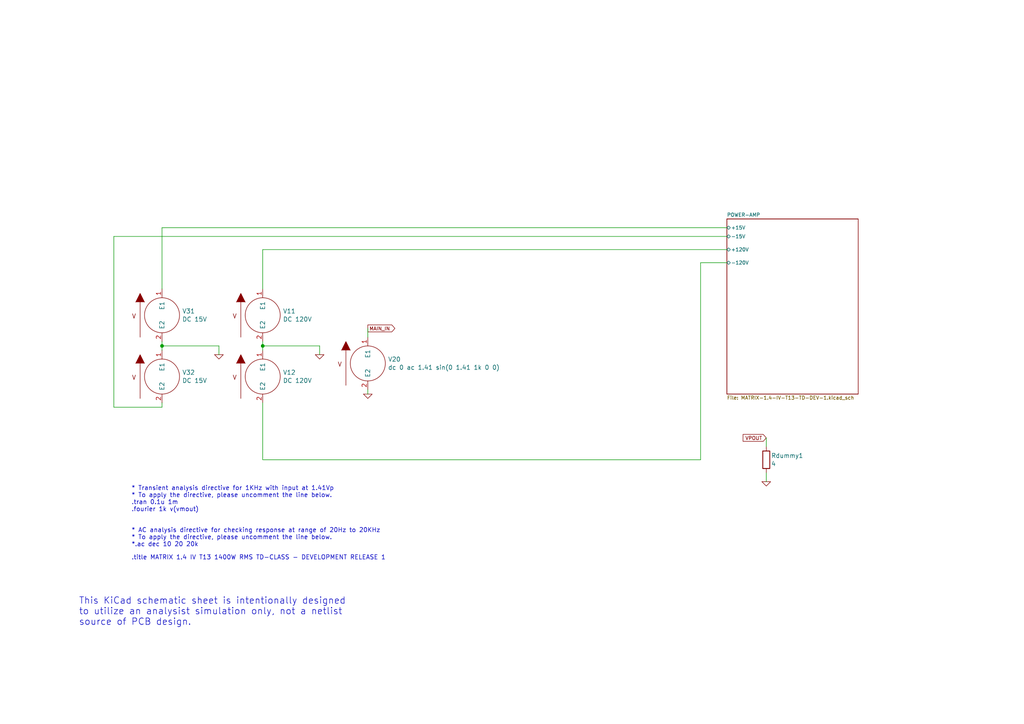
<source format=kicad_sch>
(kicad_sch (version 20211123) (generator eeschema)
  (paper "A4")
  (lib_symbols
    (symbol "Device:R" (pin_numbers hide) (pin_names (offset 0))
      (property "Reference" "R" (at 2.032 0 90))
      (property "Value" "R" (at 0 0 90))
      (symbol "R_0_1"
        (rectangle (start -1.016 -2.54) (end 1.016 2.54) (stroke (width 0.254)))
      )
      (symbol "R_1_1"
        (pin passive line (at 0 3.81 270) (length 1.27) (name "~") (number "1"))
        (pin passive line (at 0 -3.81 90) (length 1.27) (name "~") (number "2"))
      )
    )
    (symbol "pspice:0" (power) (pin_names (offset 0))
      (property "Value" "0" (at 0 -1.778 0))
      (symbol "0_0_1"
        (polyline (pts (xy -1.27 0) (xy 0 -1.27) (xy 1.27 0) (xy -1.27 0)))
      )
      (symbol "0_1_1"
        (pin power_in line (at 0 0 0) (length 0) hide (name "0") (number "1"))
      )
    )
    (symbol "pspice:VSOURCE" (pin_names (offset 1.016))
      (property "Reference" "V" (at -6.35 7.62 0))
      (property "Value" "VSOURCE" (at 0 0 0))
      (symbol "VSOURCE_0_1"
        (polyline (pts (xy -6.35 -6.35) (xy -6.35 3.81)) (fill (type outline)))
        (polyline (pts (xy -7.62 3.81) (xy -6.35 6.35) (xy -5.08 3.81)) (fill (type outline)))
        (circle (center 0 0) (radius 5.08))
        (text "V" (at -8.128 -0.254 0) (effects (font (size 1.27 1.27))))
      )
      (symbol "VSOURCE_1_1"
        (pin input line (at 0 7.62 270) (length 2.54) (name "E1") (number "1"))
        (pin input line (at 0 -7.62 90) (length 2.54) (name "E2") (number "2"))
      )
    )
  )
  (junction (at 76.2 100.33))
  (junction (at 46.99 100.33))
  (wire (pts (xy 210.82 68.58) (xy 33.02 68.58)))
  (wire (pts (xy 76.2 116.84) (xy 76.2 133.35)))
  (wire (pts (xy 222.25 127) (xy 222.25 129.54)))
  (wire (pts (xy 210.82 72.39) (xy 76.2 72.39)))
  (wire (pts (xy 210.82 66.04) (xy 46.99 66.04)))
  (wire (pts (xy 46.99 116.84) (xy 46.99 118.11)))
  (wire (pts (xy 76.2 101.6) (xy 76.2 100.33)))
  (wire (pts (xy 92.71 100.33) (xy 92.71 102.87)))
  (wire (pts (xy 76.2 72.39) (xy 76.2 83.82)))
  (wire (pts (xy 203.2 133.35) (xy 203.2 76.2)))
  (wire (pts (xy 63.5 100.33) (xy 63.5 102.87)))
  (wire (pts (xy 106.68 95.25) (xy 106.68 97.79)))
  (wire (pts (xy 106.68 114.3) (xy 106.68 113.03)))
  (wire (pts (xy 46.99 101.6) (xy 46.99 100.33)))
  (wire (pts (xy 33.02 118.11) (xy 46.99 118.11)))
  (wire (pts (xy 33.02 68.58) (xy 33.02 118.11)))
  (wire (pts (xy 46.99 66.04) (xy 46.99 83.82)))
  (wire (pts (xy 76.2 100.33) (xy 76.2 99.06)))
  (wire (pts (xy 203.2 76.2) (xy 210.82 76.2)))
  (wire (pts (xy 76.2 100.33) (xy 92.71 100.33)))
  (wire (pts (xy 76.2 133.35) (xy 203.2 133.35)))
  (wire (pts (xy 46.99 100.33) (xy 63.5 100.33)))
  (wire (pts (xy 222.25 137.16) (xy 222.25 139.7)))
  (wire (pts (xy 46.99 100.33) (xy 46.99 99.06)))
  (text "This KiCad schematic sheet is intentionally designed\nto utilize an analysist simulation only, not a netlist\nsource of PCB design." (at 22.86 181.61 0) (effects (font (size 1.905 1.905)) (justify left bottom)))
  (text "* Transient analysis directive for 1KHz with input at 1.41Vp\n* To apply the directive, please uncomment the line below.\n.tran 0.1u 1m\n.fourier 1k v(vmout)" (at 38.1 148.59 0) (effects (font (size 1.27 1.27)) (justify left bottom)))
  (text ".title MATRIX 1.4 IV T13 1400W RMS TD-CLASS - DEVELOPMENT RELEASE 1" (at 38.1 162.56 0) (effects (font (size 1.27 1.27)) (justify left bottom)))
  (text "* AC analysis directive for checking response at range of 20Hz to 20KHz\n* To apply the directive, please uncomment the line below.\n*.ac dec 10 20 20k" (at 38.1 158.75 0) (effects (font (size 1.27 1.27)) (justify left bottom)))
  (global_label "VPOUT" (shape input) (at 222.25 127 180) (effects (font (size 1.016 1.016))) (property "Intersheet References" "${INTERSHEET_REFS}" (effects hide)))
  (global_label "MAIN_IN" (shape output) (at 106.68 95.25 0) (effects (font (size 1.016 1.016))) (property "Intersheet References" "${INTERSHEET_REFS}" (effects hide)))
  (symbol (lib_id "pspice:VSOURCE") (at 76.2 91.44 0) (unit 1)
    (property "Reference" "V11" (at 82.042 90.2462 0) (effects (justify left)))
    (property "Value" "DC 120V" (at 82.042 92.6084 0) (effects (justify left)))
  )
  (symbol (lib_id "pspice:VSOURCE") (at 76.2 109.22 0) (unit 1)
    (property "Reference" "V12" (at 82.042 108.0262 0) (effects (justify left)))
    (property "Value" "DC 120V" (at 82.042 110.3884 0) (effects (justify left)))
  )
  (symbol (lib_id "pspice:0") (at 92.71 102.87 0) (unit 1)
    (property "Reference" "#GND0105" (effects hide))
    (property "Value" "0" (effects hide))
  )
  (symbol (lib_id "pspice:VSOURCE") (at 106.68 105.41 0) (unit 1)
    (property "Reference" "V20" (at 112.522 104.2162 0) (effects (justify left)))
    (property "Value" "dc 0 ac 1.41 sin(0 1.41 1k 0 0)" (at 112.522 106.5784 0) (effects (justify left)))
  )
  (symbol (lib_id "pspice:0") (at 106.68 114.3 0) (unit 1)
    (property "Reference" "#GND0106" (effects hide))
    (property "Value" "0" (effects hide))
  )
  (symbol (lib_id "Device:R") (at 222.25 133.35 0) (unit 1)
    (property "Reference" "Rdummy1" (at 223.647 132.1562 0) (effects (justify left)))
    (property "Value" "4" (at 223.647 134.5184 0) (effects (justify left)))
  )
  (symbol (lib_id "pspice:0") (at 222.25 139.7 0) (unit 1)
    (property "Reference" "#GND0107" (effects hide))
    (property "Value" "0" (effects hide))
  )
  (symbol (lib_id "pspice:VSOURCE") (at 46.99 91.44 0) (unit 1)
    (property "Reference" "V31" (at 52.832 90.2462 0) (effects (justify left)))
    (property "Value" "DC 15V" (at 52.832 92.6084 0) (effects (justify left)))
  )
  (symbol (lib_id "pspice:VSOURCE") (at 46.99 109.22 0) (unit 1)
    (property "Reference" "V32" (at 52.832 108.0262 0) (effects (justify left)))
    (property "Value" "DC 15V" (at 52.832 110.3884 0) (effects (justify left)))
  )
  (symbol (lib_id "pspice:0") (at 63.5 102.87 0) (unit 1)
    (property "Reference" "#GND0104" (effects hide))
    (property "Value" "0" (effects hide))
  )
  (sheet (at 210.82 63.5) (size 38.1 50.8)
    (property "Sheet name" "POWER-AMP" (at 210.82 62.9154 0) (effects (font (size 1.016 1.016)) (justify left bottom)))
    (property "Sheet file" "MATRIX-1.4-IV-T13-TD-DEV-1.kicad_sch" (at 210.82 114.783 0) (effects (font (size 1.016 1.016)) (justify left top)))
    (pin "-120V" bidirectional (at 210.82 76.2 180) (effects (font (size 1.016 1.016))))
    (pin "+120V" bidirectional (at 210.82 72.39 180) (effects (font (size 1.016 1.016))))
    (pin "-15V" bidirectional (at 210.82 68.58 180) (effects (font (size 1.016 1.016))))
    (pin "+15V" bidirectional (at 210.82 66.04 180) (effects (font (size 1.016 1.016))))
  )
)
</source>
